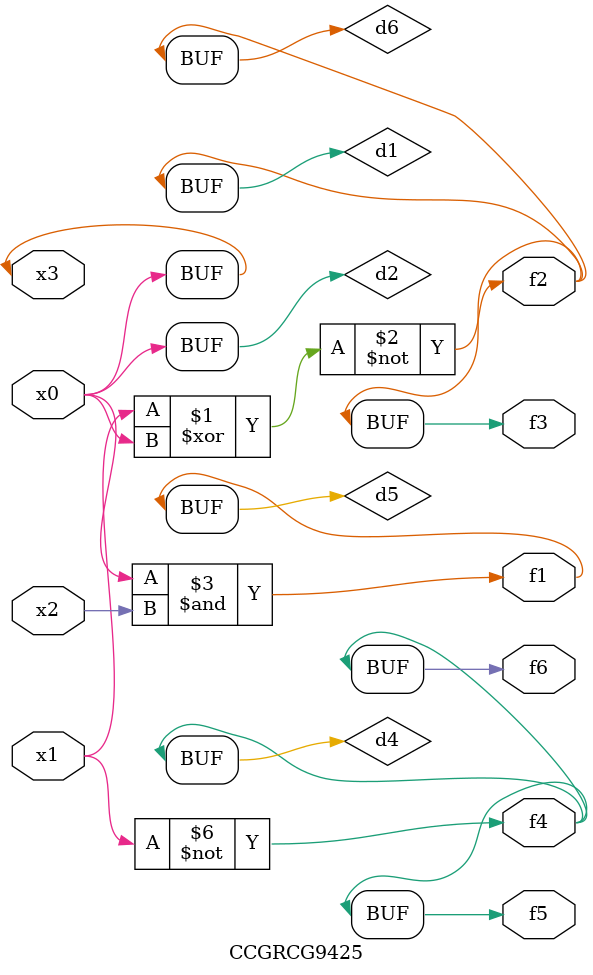
<source format=v>
module CCGRCG9425(
	input x0, x1, x2, x3,
	output f1, f2, f3, f4, f5, f6
);

	wire d1, d2, d3, d4, d5, d6;

	xnor (d1, x1, x3);
	buf (d2, x0, x3);
	nand (d3, x0, x2);
	not (d4, x1);
	nand (d5, d3);
	or (d6, d1);
	assign f1 = d5;
	assign f2 = d6;
	assign f3 = d6;
	assign f4 = d4;
	assign f5 = d4;
	assign f6 = d4;
endmodule

</source>
